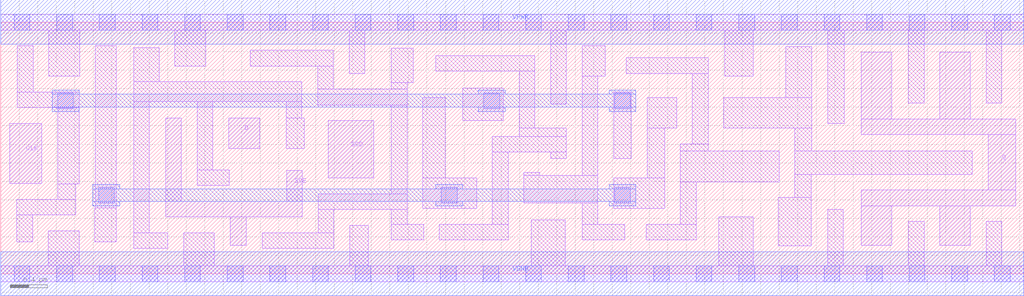
<source format=lef>
# Copyright 2020 The SkyWater PDK Authors
#
# Licensed under the Apache License, Version 2.0 (the "License");
# you may not use this file except in compliance with the License.
# You may obtain a copy of the License at
#
#     https://www.apache.org/licenses/LICENSE-2.0
#
# Unless required by applicable law or agreed to in writing, software
# distributed under the License is distributed on an "AS IS" BASIS,
# WITHOUT WARRANTIES OR CONDITIONS OF ANY KIND, either express or implied.
# See the License for the specific language governing permissions and
# limitations under the License.
#
# SPDX-License-Identifier: Apache-2.0

VERSION 5.7 ;
  NAMESCASESENSITIVE ON ;
  NOWIREEXTENSIONATPIN ON ;
  DIVIDERCHAR "/" ;
  BUSBITCHARS "[]" ;
UNITS
  DATABASE MICRONS 200 ;
END UNITS
MACRO sky130_fd_sc_hd__sdfxtp_4
  CLASS CORE ;
  SOURCE USER ;
  FOREIGN sky130_fd_sc_hd__sdfxtp_4 ;
  ORIGIN  0.000000  0.000000 ;
  SIZE  11.04000 BY  2.720000 ;
  SYMMETRY X Y R90 ;
  SITE unithd ;
  PIN D
    ANTENNAGATEAREA  0.159000 ;
    DIRECTION INPUT ;
    USE SIGNAL ;
    PORT
      LAYER li1 ;
        RECT 2.460000 1.355000 2.795000 1.685000 ;
    END
  END D
  PIN Q
    ANTENNADIFFAREA  0.891000 ;
    DIRECTION OUTPUT ;
    USE SIGNAL ;
    PORT
      LAYER li1 ;
        RECT  9.285000 0.305000  9.615000 0.735000 ;
        RECT  9.285000 0.735000 10.955000 0.905000 ;
        RECT  9.285000 1.505000 10.955000 1.675000 ;
        RECT  9.285000 1.675000  9.615000 2.395000 ;
        RECT 10.135000 0.305000 10.465000 0.735000 ;
        RECT 10.135000 1.675000 10.465000 2.395000 ;
        RECT 10.655000 0.905000 10.955000 1.505000 ;
    END
  END Q
  PIN SCD
    ANTENNAGATEAREA  0.159000 ;
    DIRECTION INPUT ;
    USE SIGNAL ;
    PORT
      LAYER li1 ;
        RECT 3.535000 1.035000 4.025000 1.655000 ;
    END
  END SCD
  PIN SCE
    ANTENNAGATEAREA  0.318000 ;
    DIRECTION INPUT ;
    USE SIGNAL ;
    PORT
      LAYER li1 ;
        RECT 1.780000 0.615000 3.255000 0.785000 ;
        RECT 1.780000 0.785000 1.950000 1.685000 ;
        RECT 2.475000 0.305000 2.650000 0.615000 ;
        RECT 3.085000 0.785000 3.255000 1.115000 ;
    END
  END SCE
  PIN CLK
    ANTENNAGATEAREA  0.159000 ;
    DIRECTION INPUT ;
    USE CLOCK ;
    PORT
      LAYER li1 ;
        RECT 0.095000 0.975000 0.445000 1.625000 ;
    END
  END CLK
  PIN VGND
    DIRECTION INOUT ;
    SHAPE ABUTMENT ;
    USE GROUND ;
    PORT
      LAYER met1 ;
        RECT 0.000000 -0.240000 11.040000 0.240000 ;
    END
  END VGND
  PIN VPWR
    DIRECTION INOUT ;
    SHAPE ABUTMENT ;
    USE POWER ;
    PORT
      LAYER met1 ;
        RECT 0.000000 2.480000 11.040000 2.960000 ;
    END
  END VPWR
  OBS
    LAYER li1 ;
      RECT  0.000000 -0.085000 11.040000 0.085000 ;
      RECT  0.000000  2.635000 11.040000 2.805000 ;
      RECT  0.175000  0.345000  0.345000 0.635000 ;
      RECT  0.175000  0.635000  0.810000 0.805000 ;
      RECT  0.180000  1.795000  0.845000 1.965000 ;
      RECT  0.180000  1.965000  0.350000 2.465000 ;
      RECT  0.515000  0.085000  0.845000 0.465000 ;
      RECT  0.520000  2.135000  0.850000 2.635000 ;
      RECT  0.615000  0.805000  0.810000 0.970000 ;
      RECT  0.615000  0.970000  0.845000 1.795000 ;
      RECT  1.015000  0.345000  1.245000 0.715000 ;
      RECT  1.020000  0.715000  1.245000 2.465000 ;
      RECT  1.435000  0.275000  1.805000 0.445000 ;
      RECT  1.435000  0.445000  1.605000 1.860000 ;
      RECT  1.435000  1.860000  3.250000 2.075000 ;
      RECT  1.435000  2.075000  1.710000 2.445000 ;
      RECT  1.880000  2.245000  2.210000 2.635000 ;
      RECT  1.975000  0.085000  2.305000 0.445000 ;
      RECT  2.120000  0.955000  2.465000 1.125000 ;
      RECT  2.120000  1.125000  2.290000 1.860000 ;
      RECT  2.695000  2.245000  3.590000 2.415000 ;
      RECT  2.820000  0.275000  3.595000 0.445000 ;
      RECT  3.080000  1.355000  3.275000 1.685000 ;
      RECT  3.080000  1.685000  3.250000 1.860000 ;
      RECT  3.420000  1.825000  4.385000 1.995000 ;
      RECT  3.420000  1.995000  3.590000 2.245000 ;
      RECT  3.425000  0.445000  3.595000 0.695000 ;
      RECT  3.425000  0.695000  4.385000 0.865000 ;
      RECT  3.760000  2.165000  3.930000 2.635000 ;
      RECT  3.765000  0.085000  3.965000 0.525000 ;
      RECT  4.215000  0.365000  4.565000 0.535000 ;
      RECT  4.215000  0.535000  4.385000 0.695000 ;
      RECT  4.215000  0.865000  4.385000 1.825000 ;
      RECT  4.215000  1.995000  4.385000 2.065000 ;
      RECT  4.215000  2.065000  4.450000 2.440000 ;
      RECT  4.555000  0.705000  5.135000 1.035000 ;
      RECT  4.555000  1.035000  4.795000 1.905000 ;
      RECT  4.695000  2.190000  5.765000 2.360000 ;
      RECT  4.735000  0.365000  5.475000 0.535000 ;
      RECT  4.985000  1.655000  5.425000 2.010000 ;
      RECT  5.305000  0.535000  5.475000 1.315000 ;
      RECT  5.305000  1.315000  6.105000 1.485000 ;
      RECT  5.595000  1.485000  6.105000 1.575000 ;
      RECT  5.595000  1.575000  5.765000 2.190000 ;
      RECT  5.645000  0.765000  6.445000 1.065000 ;
      RECT  5.645000  1.065000  5.815000 1.095000 ;
      RECT  5.725000  0.085000  6.095000 0.585000 ;
      RECT  5.935000  1.245000  6.105000 1.315000 ;
      RECT  5.935000  1.835000  6.105000 2.635000 ;
      RECT  6.275000  0.365000  6.735000 0.535000 ;
      RECT  6.275000  0.535000  6.445000 0.765000 ;
      RECT  6.275000  1.065000  6.445000 2.135000 ;
      RECT  6.275000  2.135000  6.525000 2.465000 ;
      RECT  6.615000  0.705000  7.165000 1.035000 ;
      RECT  6.615000  1.245000  6.805000 1.965000 ;
      RECT  6.750000  2.165000  7.635000 2.335000 ;
      RECT  6.965000  0.365000  7.505000 0.535000 ;
      RECT  6.975000  1.035000  7.165000 1.575000 ;
      RECT  6.975000  1.575000  7.295000 1.905000 ;
      RECT  7.335000  0.535000  7.505000 0.995000 ;
      RECT  7.335000  0.995000  8.400000 1.325000 ;
      RECT  7.335000  1.325000  7.635000 1.405000 ;
      RECT  7.465000  1.405000  7.635000 2.165000 ;
      RECT  7.750000  0.085000  8.120000 0.615000 ;
      RECT  7.805000  1.575000  8.755000 1.905000 ;
      RECT  7.815000  2.135000  8.120000 2.635000 ;
      RECT  8.390000  0.300000  8.750000 0.825000 ;
      RECT  8.470000  1.905000  8.755000 2.455000 ;
      RECT  8.570000  0.825000  8.750000 1.075000 ;
      RECT  8.570000  1.075000 10.485000 1.325000 ;
      RECT  8.570000  1.325000  8.755000 1.575000 ;
      RECT  8.925000  0.085000  9.095000 0.695000 ;
      RECT  8.925000  1.625000  9.105000 2.635000 ;
      RECT  9.795000  0.085000  9.965000 0.565000 ;
      RECT  9.795000  1.845000  9.965000 2.635000 ;
      RECT 10.635000  0.085000 10.805000 0.565000 ;
      RECT 10.635000  1.845000 10.805000 2.635000 ;
    LAYER mcon ;
      RECT  0.145000 -0.085000  0.315000 0.085000 ;
      RECT  0.145000  2.635000  0.315000 2.805000 ;
      RECT  0.605000 -0.085000  0.775000 0.085000 ;
      RECT  0.605000  2.635000  0.775000 2.805000 ;
      RECT  0.615000  1.785000  0.785000 1.955000 ;
      RECT  1.055000  0.765000  1.225000 0.935000 ;
      RECT  1.065000 -0.085000  1.235000 0.085000 ;
      RECT  1.065000  2.635000  1.235000 2.805000 ;
      RECT  1.525000 -0.085000  1.695000 0.085000 ;
      RECT  1.525000  2.635000  1.695000 2.805000 ;
      RECT  1.985000 -0.085000  2.155000 0.085000 ;
      RECT  1.985000  2.635000  2.155000 2.805000 ;
      RECT  2.445000 -0.085000  2.615000 0.085000 ;
      RECT  2.445000  2.635000  2.615000 2.805000 ;
      RECT  2.905000 -0.085000  3.075000 0.085000 ;
      RECT  2.905000  2.635000  3.075000 2.805000 ;
      RECT  3.365000 -0.085000  3.535000 0.085000 ;
      RECT  3.365000  2.635000  3.535000 2.805000 ;
      RECT  3.825000 -0.085000  3.995000 0.085000 ;
      RECT  3.825000  2.635000  3.995000 2.805000 ;
      RECT  4.285000 -0.085000  4.455000 0.085000 ;
      RECT  4.285000  2.635000  4.455000 2.805000 ;
      RECT  4.745000 -0.085000  4.915000 0.085000 ;
      RECT  4.745000  2.635000  4.915000 2.805000 ;
      RECT  4.755000  0.765000  4.925000 0.935000 ;
      RECT  5.205000 -0.085000  5.375000 0.085000 ;
      RECT  5.205000  2.635000  5.375000 2.805000 ;
      RECT  5.215000  1.785000  5.385000 1.955000 ;
      RECT  5.665000 -0.085000  5.835000 0.085000 ;
      RECT  5.665000  2.635000  5.835000 2.805000 ;
      RECT  6.125000 -0.085000  6.295000 0.085000 ;
      RECT  6.125000  2.635000  6.295000 2.805000 ;
      RECT  6.585000 -0.085000  6.755000 0.085000 ;
      RECT  6.585000  2.635000  6.755000 2.805000 ;
      RECT  6.625000  0.765000  6.795000 0.935000 ;
      RECT  6.625000  1.785000  6.795000 1.955000 ;
      RECT  7.045000 -0.085000  7.215000 0.085000 ;
      RECT  7.045000  2.635000  7.215000 2.805000 ;
      RECT  7.505000 -0.085000  7.675000 0.085000 ;
      RECT  7.505000  2.635000  7.675000 2.805000 ;
      RECT  7.965000 -0.085000  8.135000 0.085000 ;
      RECT  7.965000  2.635000  8.135000 2.805000 ;
      RECT  8.425000 -0.085000  8.595000 0.085000 ;
      RECT  8.425000  2.635000  8.595000 2.805000 ;
      RECT  8.885000 -0.085000  9.055000 0.085000 ;
      RECT  8.885000  2.635000  9.055000 2.805000 ;
      RECT  9.345000 -0.085000  9.515000 0.085000 ;
      RECT  9.345000  2.635000  9.515000 2.805000 ;
      RECT  9.805000 -0.085000  9.975000 0.085000 ;
      RECT  9.805000  2.635000  9.975000 2.805000 ;
      RECT 10.265000 -0.085000 10.435000 0.085000 ;
      RECT 10.265000  2.635000 10.435000 2.805000 ;
      RECT 10.725000 -0.085000 10.895000 0.085000 ;
      RECT 10.725000  2.635000 10.895000 2.805000 ;
    LAYER met1 ;
      RECT 0.555000 1.755000 0.845000 1.800000 ;
      RECT 0.555000 1.800000 6.855000 1.940000 ;
      RECT 0.555000 1.940000 0.845000 1.985000 ;
      RECT 0.995000 0.735000 1.285000 0.780000 ;
      RECT 0.995000 0.780000 6.855000 0.920000 ;
      RECT 0.995000 0.920000 1.285000 0.965000 ;
      RECT 4.695000 0.735000 4.985000 0.780000 ;
      RECT 4.695000 0.920000 4.985000 0.965000 ;
      RECT 5.155000 1.755000 5.445000 1.800000 ;
      RECT 5.155000 1.940000 5.445000 1.985000 ;
      RECT 6.565000 0.735000 6.855000 0.780000 ;
      RECT 6.565000 0.920000 6.855000 0.965000 ;
      RECT 6.565000 1.755000 6.855000 1.800000 ;
      RECT 6.565000 1.940000 6.855000 1.985000 ;
  END
END sky130_fd_sc_hd__sdfxtp_4
END LIBRARY

</source>
